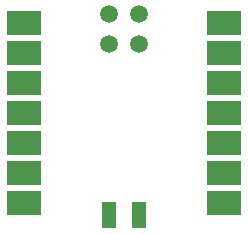
<source format=gbr>
%TF.GenerationSoftware,KiCad,Pcbnew,8.0.5*%
%TF.CreationDate,2024-10-19T20:06:23+03:00*%
%TF.ProjectId,hackpad,6861636b-7061-4642-9e6b-696361645f70,rev?*%
%TF.SameCoordinates,Original*%
%TF.FileFunction,Paste,Top*%
%TF.FilePolarity,Positive*%
%FSLAX46Y46*%
G04 Gerber Fmt 4.6, Leading zero omitted, Abs format (unit mm)*
G04 Created by KiCad (PCBNEW 8.0.5) date 2024-10-19 20:06:23*
%MOMM*%
%LPD*%
G01*
G04 APERTURE LIST*
%ADD10R,3.000000X2.000000*%
%ADD11C,1.500000*%
%ADD12R,1.300000X2.300000*%
G04 APERTURE END LIST*
D10*
%TO.C,U1*%
X40865634Y-36380000D03*
X40865634Y-38920000D03*
X40865634Y-41460000D03*
X40865634Y-44000000D03*
X40865634Y-46540000D03*
X40865634Y-49080000D03*
X40865634Y-51620000D03*
X57865634Y-51620000D03*
X57865634Y-49080000D03*
X57865634Y-46540000D03*
X57865634Y-44000000D03*
X57865634Y-41460000D03*
X57865634Y-38920000D03*
X57865634Y-36380000D03*
D11*
X48095634Y-35610000D03*
X50635634Y-35610000D03*
X48095634Y-38150000D03*
X50635634Y-38150000D03*
D12*
X48095634Y-52600000D03*
X50635634Y-52600000D03*
%TD*%
M02*

</source>
